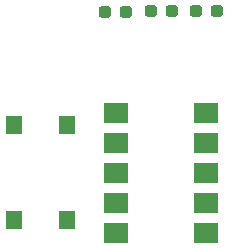
<source format=gbr>
%TF.GenerationSoftware,KiCad,Pcbnew,(6.0.11)*%
%TF.CreationDate,2024-03-01T02:38:12+09:00*%
%TF.ProjectId,Encoder,456e636f-6465-4722-9e6b-696361645f70,rev?*%
%TF.SameCoordinates,Original*%
%TF.FileFunction,Paste,Top*%
%TF.FilePolarity,Positive*%
%FSLAX46Y46*%
G04 Gerber Fmt 4.6, Leading zero omitted, Abs format (unit mm)*
G04 Created by KiCad (PCBNEW (6.0.11)) date 2024-03-01 02:38:12*
%MOMM*%
%LPD*%
G01*
G04 APERTURE LIST*
G04 Aperture macros list*
%AMRoundRect*
0 Rectangle with rounded corners*
0 $1 Rounding radius*
0 $2 $3 $4 $5 $6 $7 $8 $9 X,Y pos of 4 corners*
0 Add a 4 corners polygon primitive as box body*
4,1,4,$2,$3,$4,$5,$6,$7,$8,$9,$2,$3,0*
0 Add four circle primitives for the rounded corners*
1,1,$1+$1,$2,$3*
1,1,$1+$1,$4,$5*
1,1,$1+$1,$6,$7*
1,1,$1+$1,$8,$9*
0 Add four rect primitives between the rounded corners*
20,1,$1+$1,$2,$3,$4,$5,0*
20,1,$1+$1,$4,$5,$6,$7,0*
20,1,$1+$1,$6,$7,$8,$9,0*
20,1,$1+$1,$8,$9,$2,$3,0*%
G04 Aperture macros list end*
%ADD10RoundRect,0.237500X-0.287500X-0.237500X0.287500X-0.237500X0.287500X0.237500X-0.287500X0.237500X0*%
%ADD11R,1.400000X1.600000*%
%ADD12R,2.000000X1.780000*%
G04 APERTURE END LIST*
D10*
%TO.C,D8*%
X141965000Y-81360000D03*
X143715000Y-81360000D03*
%TD*%
%TO.C,D5*%
X138125000Y-81360000D03*
X139875000Y-81360000D03*
%TD*%
D11*
%TO.C,SW3*%
X126500000Y-99000000D03*
X126500000Y-91000000D03*
X131000000Y-99000000D03*
X131000000Y-91000000D03*
%TD*%
D12*
%TO.C,SW1*%
X135190000Y-89920000D03*
X135190000Y-92460000D03*
X135190000Y-95000000D03*
X135190000Y-97540000D03*
X135190000Y-100080000D03*
X142810000Y-100080000D03*
X142810000Y-97540000D03*
X142810000Y-95000000D03*
X142810000Y-92460000D03*
X142810000Y-89920000D03*
%TD*%
D10*
%TO.C,D1*%
X134225000Y-81390000D03*
X135975000Y-81390000D03*
%TD*%
M02*

</source>
